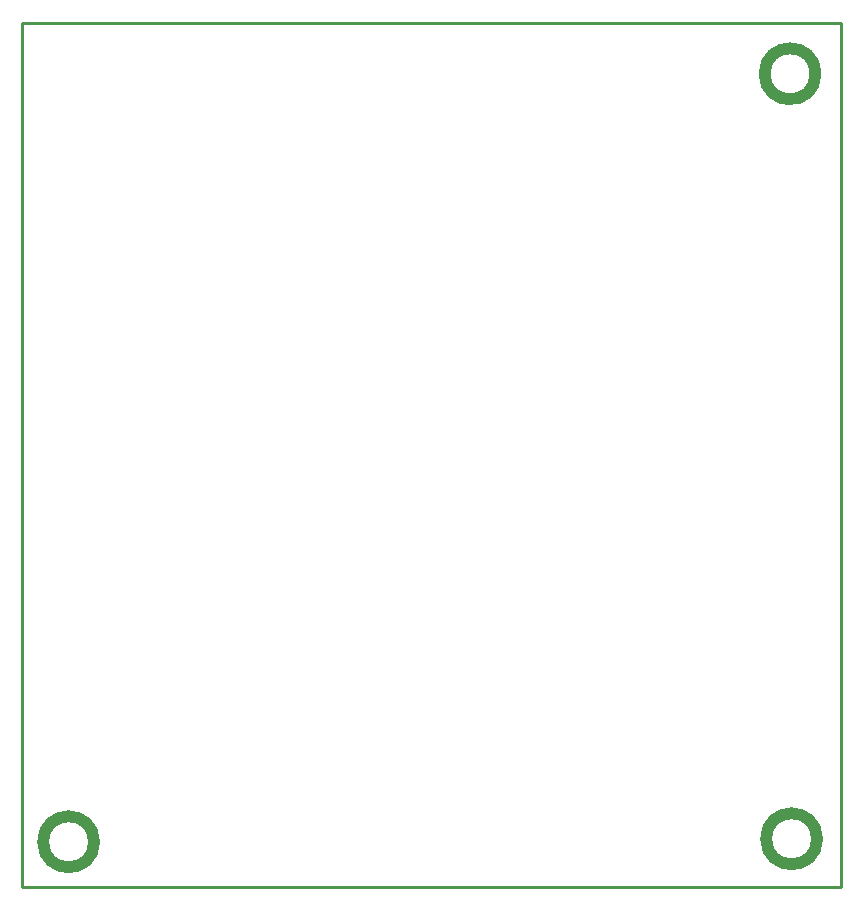
<source format=gko>
G04 Layer: BoardOutline*
G04 EasyEDA v6.3.43, 2020-06-06T13:29:47+03:00*
G04 6caa89d52f454e228c8c87a2f34c76c4,a7937f01353d4e2e93d7d76370f53aae,10*
G04 Gerber Generator version 0.2*
G04 Scale: 100 percent, Rotated: No, Reflected: No *
G04 Dimensions in inches *
G04 leading zeros omitted , absolute positions ,2 integer and 4 decimal *
%FSLAX24Y24*%
%MOIN*%
G90*
G70D02*

%ADD10C,0.010000*%
%ADD11C,0.040000*%
G54D10*
G01X0Y28800D02*
G01X27300Y28800D01*
G01X27300Y0D01*
G01X27300Y0D02*
G01X0Y0D01*
G01X0Y0D02*
G01X0Y28800D01*
G54D11*
G75*
G01X2400Y1500D02*
G03X2400Y1500I-850J0D01*
G01*
G75*
G01X26450Y27100D02*
G03X26450Y27100I-850J0D01*
G01*
G75*
G01X26500Y1600D02*
G03X26500Y1600I-850J0D01*
G01*

%LPD*%
M00*
M02*

</source>
